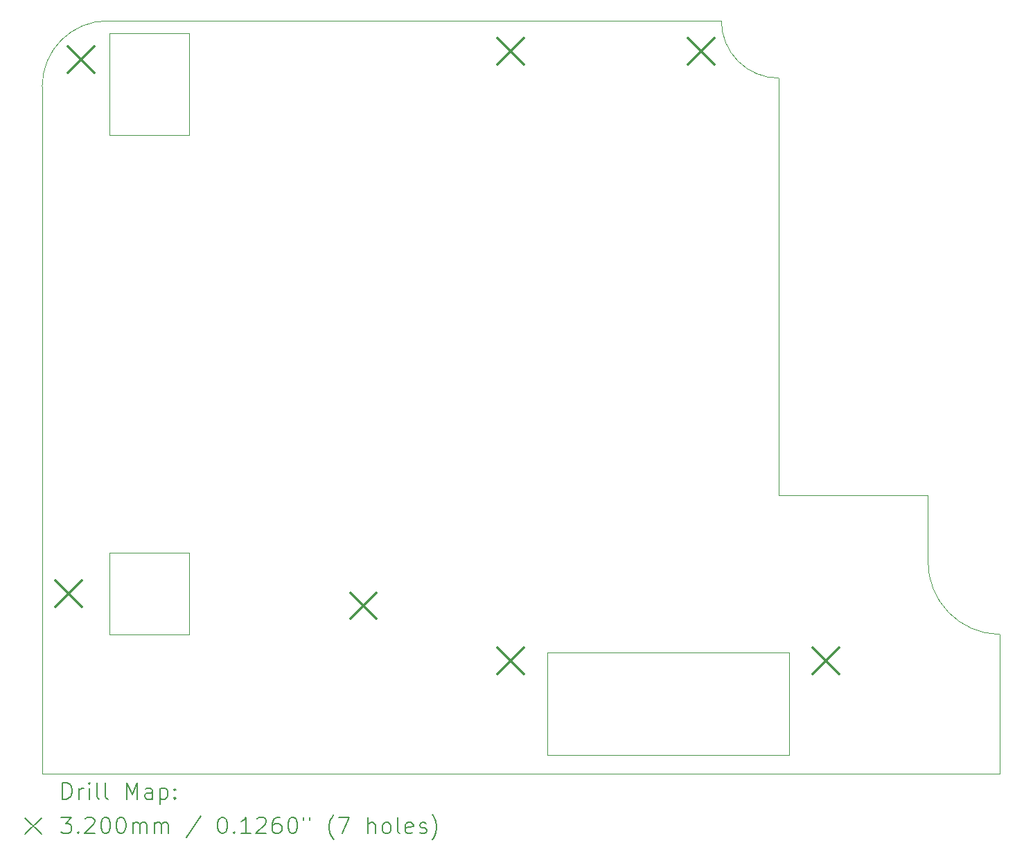
<source format=gbr>
%FSLAX45Y45*%
G04 Gerber Fmt 4.5, Leading zero omitted, Abs format (unit mm)*
G04 Created by KiCad (PCBNEW (5.99.0-12766-g4a3658027e)) date 2021-10-30 19:20:24*
%MOMM*%
%LPD*%
G01*
G04 APERTURE LIST*
%TA.AperFunction,Profile*%
%ADD10C,0.050000*%
%TD*%
%ADD11C,0.200000*%
%ADD12C,0.320000*%
G04 APERTURE END LIST*
D10*
X19425000Y-11675000D02*
X18450000Y-11675000D01*
X17625000Y-20725000D02*
X29325000Y-20725000D01*
X26750000Y-19250000D02*
X23800000Y-19250000D01*
X18450000Y-12925000D02*
X19425000Y-12925000D01*
X23800000Y-20500000D02*
X26750000Y-20500000D01*
X26625000Y-12225000D02*
X26625000Y-17325000D01*
X28450000Y-17325000D02*
X26625000Y-17325000D01*
X29325000Y-20725000D02*
X29325000Y-19025000D01*
X25925000Y-11525000D02*
G75*
G03*
X26625000Y-12225000I700000J0D01*
G01*
X18450000Y-11675000D02*
X18450000Y-12925000D01*
X18425000Y-11525000D02*
G75*
G03*
X17625000Y-12325000I0J-800000D01*
G01*
X28450000Y-18125000D02*
X28450000Y-17325000D01*
X19425000Y-12925000D02*
X19425000Y-11675000D01*
X18450000Y-18025000D02*
X18450000Y-19025000D01*
X29325000Y-19025000D02*
G75*
G02*
X28450000Y-18125000I12500J887500D01*
G01*
X17625000Y-20725000D02*
X17625000Y-12325000D01*
X26750000Y-20500000D02*
X26750000Y-19250000D01*
X18425000Y-11525000D02*
X23025000Y-11525000D01*
X19425000Y-19025000D02*
X19425000Y-18025000D01*
X23800000Y-19250000D02*
X23800000Y-20500000D01*
X18450000Y-19025000D02*
X19425000Y-19025000D01*
X23025000Y-11525000D02*
X25925000Y-11525000D01*
X19425000Y-18025000D02*
X18450000Y-18025000D01*
D11*
D12*
X17790000Y-18365000D02*
X18110000Y-18685000D01*
X18110000Y-18365000D02*
X17790000Y-18685000D01*
X17940000Y-11840000D02*
X18260000Y-12160000D01*
X18260000Y-11840000D02*
X17940000Y-12160000D01*
X21390000Y-18515000D02*
X21710000Y-18835000D01*
X21710000Y-18515000D02*
X21390000Y-18835000D01*
X23190000Y-11740000D02*
X23510000Y-12060000D01*
X23510000Y-11740000D02*
X23190000Y-12060000D01*
X23190000Y-19190000D02*
X23510000Y-19510000D01*
X23510000Y-19190000D02*
X23190000Y-19510000D01*
X25515000Y-11740000D02*
X25835000Y-12060000D01*
X25835000Y-11740000D02*
X25515000Y-12060000D01*
X27040000Y-19190000D02*
X27360000Y-19510000D01*
X27360000Y-19190000D02*
X27040000Y-19510000D01*
D11*
X17875119Y-21037976D02*
X17875119Y-20837976D01*
X17922738Y-20837976D01*
X17951310Y-20847500D01*
X17970357Y-20866548D01*
X17979881Y-20885595D01*
X17989405Y-20923690D01*
X17989405Y-20952262D01*
X17979881Y-20990357D01*
X17970357Y-21009405D01*
X17951310Y-21028452D01*
X17922738Y-21037976D01*
X17875119Y-21037976D01*
X18075119Y-21037976D02*
X18075119Y-20904643D01*
X18075119Y-20942738D02*
X18084643Y-20923690D01*
X18094167Y-20914167D01*
X18113214Y-20904643D01*
X18132262Y-20904643D01*
X18198929Y-21037976D02*
X18198929Y-20904643D01*
X18198929Y-20837976D02*
X18189405Y-20847500D01*
X18198929Y-20857024D01*
X18208452Y-20847500D01*
X18198929Y-20837976D01*
X18198929Y-20857024D01*
X18322738Y-21037976D02*
X18303690Y-21028452D01*
X18294167Y-21009405D01*
X18294167Y-20837976D01*
X18427500Y-21037976D02*
X18408452Y-21028452D01*
X18398929Y-21009405D01*
X18398929Y-20837976D01*
X18656071Y-21037976D02*
X18656071Y-20837976D01*
X18722738Y-20980833D01*
X18789405Y-20837976D01*
X18789405Y-21037976D01*
X18970357Y-21037976D02*
X18970357Y-20933214D01*
X18960833Y-20914167D01*
X18941786Y-20904643D01*
X18903690Y-20904643D01*
X18884643Y-20914167D01*
X18970357Y-21028452D02*
X18951310Y-21037976D01*
X18903690Y-21037976D01*
X18884643Y-21028452D01*
X18875119Y-21009405D01*
X18875119Y-20990357D01*
X18884643Y-20971310D01*
X18903690Y-20961786D01*
X18951310Y-20961786D01*
X18970357Y-20952262D01*
X19065595Y-20904643D02*
X19065595Y-21104643D01*
X19065595Y-20914167D02*
X19084643Y-20904643D01*
X19122738Y-20904643D01*
X19141786Y-20914167D01*
X19151310Y-20923690D01*
X19160833Y-20942738D01*
X19160833Y-20999881D01*
X19151310Y-21018929D01*
X19141786Y-21028452D01*
X19122738Y-21037976D01*
X19084643Y-21037976D01*
X19065595Y-21028452D01*
X19246548Y-21018929D02*
X19256071Y-21028452D01*
X19246548Y-21037976D01*
X19237024Y-21028452D01*
X19246548Y-21018929D01*
X19246548Y-21037976D01*
X19246548Y-20914167D02*
X19256071Y-20923690D01*
X19246548Y-20933214D01*
X19237024Y-20923690D01*
X19246548Y-20914167D01*
X19246548Y-20933214D01*
X17417500Y-21267500D02*
X17617500Y-21467500D01*
X17617500Y-21267500D02*
X17417500Y-21467500D01*
X17856071Y-21257976D02*
X17979881Y-21257976D01*
X17913214Y-21334167D01*
X17941786Y-21334167D01*
X17960833Y-21343690D01*
X17970357Y-21353214D01*
X17979881Y-21372262D01*
X17979881Y-21419881D01*
X17970357Y-21438929D01*
X17960833Y-21448452D01*
X17941786Y-21457976D01*
X17884643Y-21457976D01*
X17865595Y-21448452D01*
X17856071Y-21438929D01*
X18065595Y-21438929D02*
X18075119Y-21448452D01*
X18065595Y-21457976D01*
X18056071Y-21448452D01*
X18065595Y-21438929D01*
X18065595Y-21457976D01*
X18151310Y-21277024D02*
X18160833Y-21267500D01*
X18179881Y-21257976D01*
X18227500Y-21257976D01*
X18246548Y-21267500D01*
X18256071Y-21277024D01*
X18265595Y-21296071D01*
X18265595Y-21315119D01*
X18256071Y-21343690D01*
X18141786Y-21457976D01*
X18265595Y-21457976D01*
X18389405Y-21257976D02*
X18408452Y-21257976D01*
X18427500Y-21267500D01*
X18437024Y-21277024D01*
X18446548Y-21296071D01*
X18456071Y-21334167D01*
X18456071Y-21381786D01*
X18446548Y-21419881D01*
X18437024Y-21438929D01*
X18427500Y-21448452D01*
X18408452Y-21457976D01*
X18389405Y-21457976D01*
X18370357Y-21448452D01*
X18360833Y-21438929D01*
X18351310Y-21419881D01*
X18341786Y-21381786D01*
X18341786Y-21334167D01*
X18351310Y-21296071D01*
X18360833Y-21277024D01*
X18370357Y-21267500D01*
X18389405Y-21257976D01*
X18579881Y-21257976D02*
X18598929Y-21257976D01*
X18617976Y-21267500D01*
X18627500Y-21277024D01*
X18637024Y-21296071D01*
X18646548Y-21334167D01*
X18646548Y-21381786D01*
X18637024Y-21419881D01*
X18627500Y-21438929D01*
X18617976Y-21448452D01*
X18598929Y-21457976D01*
X18579881Y-21457976D01*
X18560833Y-21448452D01*
X18551310Y-21438929D01*
X18541786Y-21419881D01*
X18532262Y-21381786D01*
X18532262Y-21334167D01*
X18541786Y-21296071D01*
X18551310Y-21277024D01*
X18560833Y-21267500D01*
X18579881Y-21257976D01*
X18732262Y-21457976D02*
X18732262Y-21324643D01*
X18732262Y-21343690D02*
X18741786Y-21334167D01*
X18760833Y-21324643D01*
X18789405Y-21324643D01*
X18808452Y-21334167D01*
X18817976Y-21353214D01*
X18817976Y-21457976D01*
X18817976Y-21353214D02*
X18827500Y-21334167D01*
X18846548Y-21324643D01*
X18875119Y-21324643D01*
X18894167Y-21334167D01*
X18903690Y-21353214D01*
X18903690Y-21457976D01*
X18998929Y-21457976D02*
X18998929Y-21324643D01*
X18998929Y-21343690D02*
X19008452Y-21334167D01*
X19027500Y-21324643D01*
X19056071Y-21324643D01*
X19075119Y-21334167D01*
X19084643Y-21353214D01*
X19084643Y-21457976D01*
X19084643Y-21353214D02*
X19094167Y-21334167D01*
X19113214Y-21324643D01*
X19141786Y-21324643D01*
X19160833Y-21334167D01*
X19170357Y-21353214D01*
X19170357Y-21457976D01*
X19560833Y-21248452D02*
X19389405Y-21505595D01*
X19817976Y-21257976D02*
X19837024Y-21257976D01*
X19856071Y-21267500D01*
X19865595Y-21277024D01*
X19875119Y-21296071D01*
X19884643Y-21334167D01*
X19884643Y-21381786D01*
X19875119Y-21419881D01*
X19865595Y-21438929D01*
X19856071Y-21448452D01*
X19837024Y-21457976D01*
X19817976Y-21457976D01*
X19798929Y-21448452D01*
X19789405Y-21438929D01*
X19779881Y-21419881D01*
X19770357Y-21381786D01*
X19770357Y-21334167D01*
X19779881Y-21296071D01*
X19789405Y-21277024D01*
X19798929Y-21267500D01*
X19817976Y-21257976D01*
X19970357Y-21438929D02*
X19979881Y-21448452D01*
X19970357Y-21457976D01*
X19960833Y-21448452D01*
X19970357Y-21438929D01*
X19970357Y-21457976D01*
X20170357Y-21457976D02*
X20056071Y-21457976D01*
X20113214Y-21457976D02*
X20113214Y-21257976D01*
X20094167Y-21286548D01*
X20075119Y-21305595D01*
X20056071Y-21315119D01*
X20246548Y-21277024D02*
X20256071Y-21267500D01*
X20275119Y-21257976D01*
X20322738Y-21257976D01*
X20341786Y-21267500D01*
X20351310Y-21277024D01*
X20360833Y-21296071D01*
X20360833Y-21315119D01*
X20351310Y-21343690D01*
X20237024Y-21457976D01*
X20360833Y-21457976D01*
X20532262Y-21257976D02*
X20494167Y-21257976D01*
X20475119Y-21267500D01*
X20465595Y-21277024D01*
X20446548Y-21305595D01*
X20437024Y-21343690D01*
X20437024Y-21419881D01*
X20446548Y-21438929D01*
X20456071Y-21448452D01*
X20475119Y-21457976D01*
X20513214Y-21457976D01*
X20532262Y-21448452D01*
X20541786Y-21438929D01*
X20551310Y-21419881D01*
X20551310Y-21372262D01*
X20541786Y-21353214D01*
X20532262Y-21343690D01*
X20513214Y-21334167D01*
X20475119Y-21334167D01*
X20456071Y-21343690D01*
X20446548Y-21353214D01*
X20437024Y-21372262D01*
X20675119Y-21257976D02*
X20694167Y-21257976D01*
X20713214Y-21267500D01*
X20722738Y-21277024D01*
X20732262Y-21296071D01*
X20741786Y-21334167D01*
X20741786Y-21381786D01*
X20732262Y-21419881D01*
X20722738Y-21438929D01*
X20713214Y-21448452D01*
X20694167Y-21457976D01*
X20675119Y-21457976D01*
X20656071Y-21448452D01*
X20646548Y-21438929D01*
X20637024Y-21419881D01*
X20627500Y-21381786D01*
X20627500Y-21334167D01*
X20637024Y-21296071D01*
X20646548Y-21277024D01*
X20656071Y-21267500D01*
X20675119Y-21257976D01*
X20817976Y-21257976D02*
X20817976Y-21296071D01*
X20894167Y-21257976D02*
X20894167Y-21296071D01*
X21189405Y-21534167D02*
X21179881Y-21524643D01*
X21160833Y-21496071D01*
X21151310Y-21477024D01*
X21141786Y-21448452D01*
X21132262Y-21400833D01*
X21132262Y-21362738D01*
X21141786Y-21315119D01*
X21151310Y-21286548D01*
X21160833Y-21267500D01*
X21179881Y-21238929D01*
X21189405Y-21229405D01*
X21246548Y-21257976D02*
X21379881Y-21257976D01*
X21294167Y-21457976D01*
X21608452Y-21457976D02*
X21608452Y-21257976D01*
X21694167Y-21457976D02*
X21694167Y-21353214D01*
X21684643Y-21334167D01*
X21665595Y-21324643D01*
X21637024Y-21324643D01*
X21617976Y-21334167D01*
X21608452Y-21343690D01*
X21817976Y-21457976D02*
X21798929Y-21448452D01*
X21789405Y-21438929D01*
X21779881Y-21419881D01*
X21779881Y-21362738D01*
X21789405Y-21343690D01*
X21798929Y-21334167D01*
X21817976Y-21324643D01*
X21846548Y-21324643D01*
X21865595Y-21334167D01*
X21875119Y-21343690D01*
X21884643Y-21362738D01*
X21884643Y-21419881D01*
X21875119Y-21438929D01*
X21865595Y-21448452D01*
X21846548Y-21457976D01*
X21817976Y-21457976D01*
X21998929Y-21457976D02*
X21979881Y-21448452D01*
X21970357Y-21429405D01*
X21970357Y-21257976D01*
X22151310Y-21448452D02*
X22132262Y-21457976D01*
X22094167Y-21457976D01*
X22075119Y-21448452D01*
X22065595Y-21429405D01*
X22065595Y-21353214D01*
X22075119Y-21334167D01*
X22094167Y-21324643D01*
X22132262Y-21324643D01*
X22151310Y-21334167D01*
X22160833Y-21353214D01*
X22160833Y-21372262D01*
X22065595Y-21391310D01*
X22237024Y-21448452D02*
X22256071Y-21457976D01*
X22294167Y-21457976D01*
X22313214Y-21448452D01*
X22322738Y-21429405D01*
X22322738Y-21419881D01*
X22313214Y-21400833D01*
X22294167Y-21391310D01*
X22265595Y-21391310D01*
X22246548Y-21381786D01*
X22237024Y-21362738D01*
X22237024Y-21353214D01*
X22246548Y-21334167D01*
X22265595Y-21324643D01*
X22294167Y-21324643D01*
X22313214Y-21334167D01*
X22389405Y-21534167D02*
X22398928Y-21524643D01*
X22417976Y-21496071D01*
X22427500Y-21477024D01*
X22437024Y-21448452D01*
X22446548Y-21400833D01*
X22446548Y-21362738D01*
X22437024Y-21315119D01*
X22427500Y-21286548D01*
X22417976Y-21267500D01*
X22398928Y-21238929D01*
X22389405Y-21229405D01*
M02*

</source>
